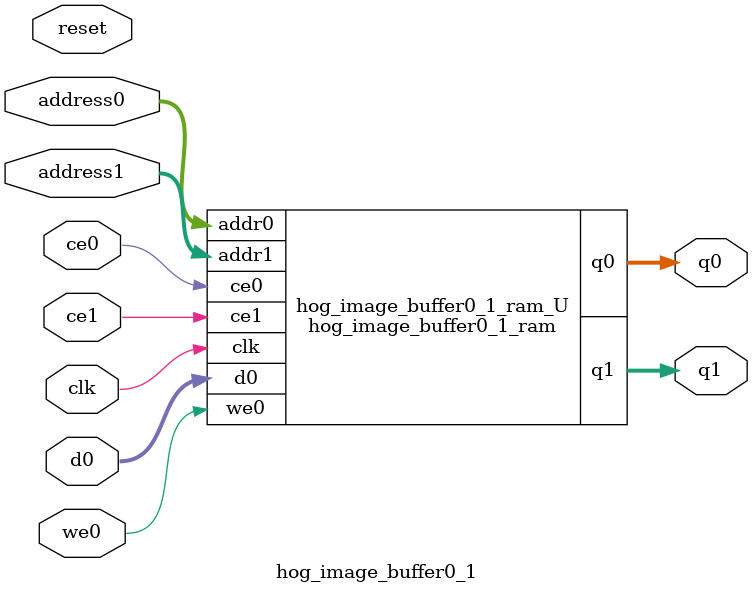
<source format=v>

`timescale 1 ns / 1 ps
module hog_image_buffer0_1_ram (addr0, ce0, d0, we0, q0, addr1, ce1, q1,  clk);

parameter DWIDTH = 8;
parameter AWIDTH = 6;
parameter MEM_SIZE = 34;

input[AWIDTH-1:0] addr0;
input ce0;
input[DWIDTH-1:0] d0;
input we0;
output reg[DWIDTH-1:0] q0;
input[AWIDTH-1:0] addr1;
input ce1;
output reg[DWIDTH-1:0] q1;
input clk;

(* ram_style = "distributed" *)reg [DWIDTH-1:0] ram[0:MEM_SIZE-1];




always @(posedge clk)  
begin 
    if (ce0) 
    begin
        if (we0) 
        begin 
            ram[addr0] <= d0; 
            q0 <= d0;
        end 
        else 
            q0 <= ram[addr0];
    end
end


always @(posedge clk)  
begin 
    if (ce1) 
    begin
            q1 <= ram[addr1];
    end
end


endmodule


`timescale 1 ns / 1 ps
module hog_image_buffer0_1(
    reset,
    clk,
    address0,
    ce0,
    we0,
    d0,
    q0,
    address1,
    ce1,
    q1);

parameter DataWidth = 32'd8;
parameter AddressRange = 32'd34;
parameter AddressWidth = 32'd6;
input reset;
input clk;
input[AddressWidth - 1:0] address0;
input ce0;
input we0;
input[DataWidth - 1:0] d0;
output[DataWidth - 1:0] q0;
input[AddressWidth - 1:0] address1;
input ce1;
output[DataWidth - 1:0] q1;



hog_image_buffer0_1_ram hog_image_buffer0_1_ram_U(
    .clk( clk ),
    .addr0( address0 ),
    .ce0( ce0 ),
    .d0( d0 ),
    .we0( we0 ),
    .q0( q0 ),
    .addr1( address1 ),
    .ce1( ce1 ),
    .q1( q1 ));

endmodule


</source>
